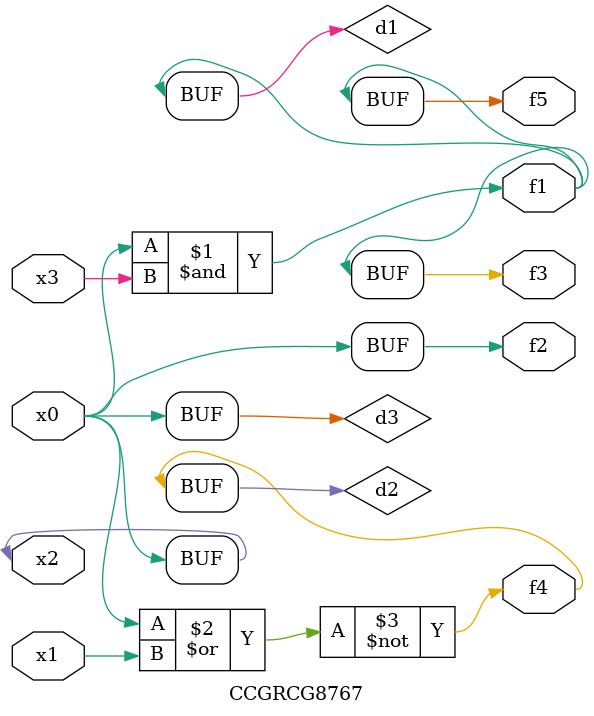
<source format=v>
module CCGRCG8767(
	input x0, x1, x2, x3,
	output f1, f2, f3, f4, f5
);

	wire d1, d2, d3;

	and (d1, x2, x3);
	nor (d2, x0, x1);
	buf (d3, x0, x2);
	assign f1 = d1;
	assign f2 = d3;
	assign f3 = d1;
	assign f4 = d2;
	assign f5 = d1;
endmodule

</source>
